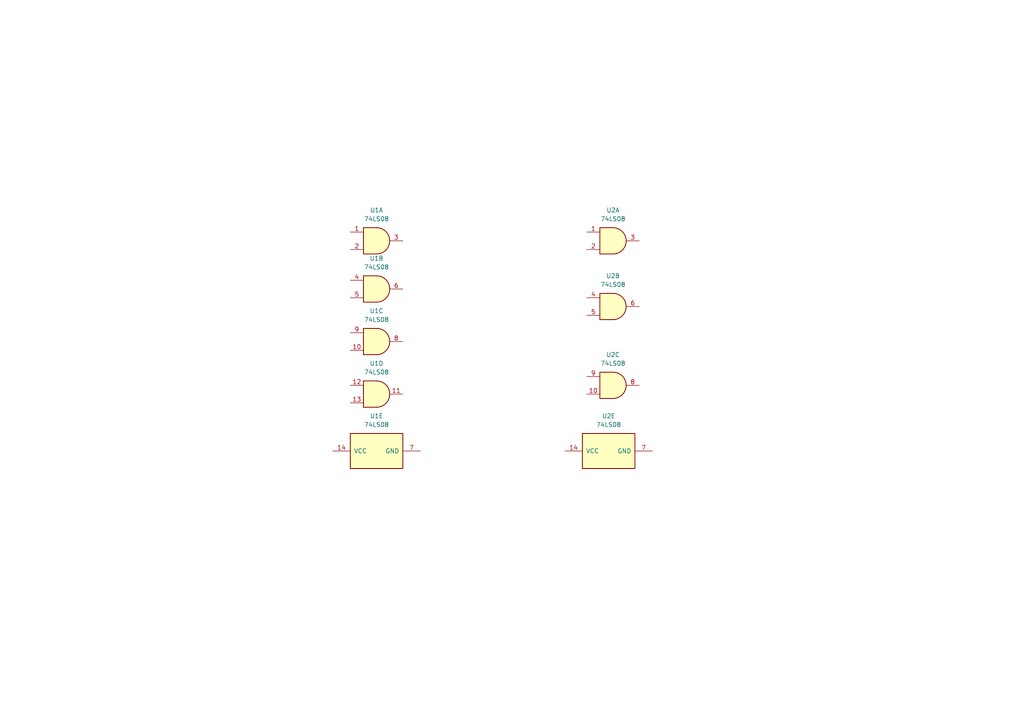
<source format=kicad_sch>
(kicad_sch (version 20231120) (generator "eeschema") (generator_version "8.0")
  (paper "A4")
  (lib_symbols
    (symbol "74xx:74LS08" (pin_names (offset 1.016))
      (property "Reference" "U" (at 0 1.27 0))
      (property "Value" "74LS08" (at 0 -1.27 0))
      (symbol "74LS08_1_1"
        (arc (start 0 -3.81) (mid 3.7934 0) (end 0 3.81) (stroke (width 0.254)) (fill (type background)))
        (polyline (pts (xy 0 3.81) (xy -3.81 3.81) (xy -3.81 -3.81) (xy 0 -3.81)) (stroke (width 0.254)) (fill (type background)))
        (pin input line (at -7.62 2.54 0) (length 3.81) (name "~") (number "1"))
        (pin input line (at -7.62 -2.54 0) (length 3.81) (name "~") (number "2"))
        (pin output line (at 7.62 0 180) (length 3.81) (name "~") (number "3"))
      )
      (symbol "74LS08_1_2"
        (arc (start -3.81 -3.81) (mid -2.589 0) (end -3.81 3.81) (stroke (width 0.254)))
        (arc (start -0.6096 -3.81) (mid 2.1842 -2.5851) (end 3.81 0) (stroke (width 0.254)) (fill (type background)))
        (polyline (pts (xy -3.81 -3.81) (xy -0.635 -3.81)) (stroke (width 0.254)) (fill (type background)))
        (polyline (pts (xy -3.81 3.81) (xy -0.635 3.81)) (stroke (width 0.254)) (fill (type background)))
        (polyline (pts (xy -0.635 3.81) (xy -3.81 3.81) (xy -3.81 3.81) (xy -3.556 3.4036) (xy -3.0226 2.2606) (xy -2.6924 1.0414) (xy -2.6162 -0.254) (xy -2.7686 -1.4986) (xy -3.175 -2.7178) (xy -3.81 -3.81) (xy -3.81 -3.81) (xy -0.635 -3.81)) (stroke (width -25.4)) (fill (type background)))
        (arc (start 3.81 0) (mid 2.1915 2.5936) (end -0.6096 3.81) (stroke (width 0.254)) (fill (type background)))
        (pin input inverted (at -7.62 2.54 0) (length 4.318) (name "~") (number "1"))
        (pin input inverted (at -7.62 -2.54 0) (length 4.318) (name "~") (number "2"))
        (pin output inverted (at 7.62 0 180) (length 3.81) (name "~") (number "3"))
      )
      (symbol "74LS08_2_1"
        (arc (start 0 -3.81) (mid 3.7934 0) (end 0 3.81) (stroke (width 0.254)) (fill (type background)))
        (polyline (pts (xy 0 3.81) (xy -3.81 3.81) (xy -3.81 -3.81) (xy 0 -3.81)) (stroke (width 0.254)) (fill (type background)))
        (pin input line (at -7.62 2.54 0) (length 3.81) (name "~") (number "4"))
        (pin input line (at -7.62 -2.54 0) (length 3.81) (name "~") (number "5"))
        (pin output line (at 7.62 0 180) (length 3.81) (name "~") (number "6"))
      )
      (symbol "74LS08_2_2"
        (arc (start -3.81 -3.81) (mid -2.589 0) (end -3.81 3.81) (stroke (width 0.254)))
        (arc (start -0.6096 -3.81) (mid 2.1842 -2.5851) (end 3.81 0) (stroke (width 0.254)) (fill (type background)))
        (polyline (pts (xy -3.81 -3.81) (xy -0.635 -3.81)) (stroke (width 0.254)) (fill (type background)))
        (polyline (pts (xy -3.81 3.81) (xy -0.635 3.81)) (stroke (width 0.254)) (fill (type background)))
        (polyline (pts (xy -0.635 3.81) (xy -3.81 3.81) (xy -3.81 3.81) (xy -3.556 3.4036) (xy -3.0226 2.2606) (xy -2.6924 1.0414) (xy -2.6162 -0.254) (xy -2.7686 -1.4986) (xy -3.175 -2.7178) (xy -3.81 -3.81) (xy -3.81 -3.81) (xy -0.635 -3.81)) (stroke (width -25.4)) (fill (type background)))
        (arc (start 3.81 0) (mid 2.1915 2.5936) (end -0.6096 3.81) (stroke (width 0.254)) (fill (type background)))
        (pin input inverted (at -7.62 2.54 0) (length 4.318) (name "~") (number "4"))
        (pin input inverted (at -7.62 -2.54 0) (length 4.318) (name "~") (number "5"))
        (pin output inverted (at 7.62 0 180) (length 3.81) (name "~") (number "6"))
      )
      (symbol "74LS08_3_1"
        (arc (start 0 -3.81) (mid 3.7934 0) (end 0 3.81) (stroke (width 0.254)) (fill (type background)))
        (polyline (pts (xy 0 3.81) (xy -3.81 3.81) (xy -3.81 -3.81) (xy 0 -3.81)) (stroke (width 0.254)) (fill (type background)))
        (pin input line (at -7.62 -2.54 0) (length 3.81) (name "~") (number "10"))
        (pin output line (at 7.62 0 180) (length 3.81) (name "~") (number "8"))
        (pin input line (at -7.62 2.54 0) (length 3.81) (name "~") (number "9"))
      )
      (symbol "74LS08_3_2"
        (arc (start -3.81 -3.81) (mid -2.589 0) (end -3.81 3.81) (stroke (width 0.254)))
        (arc (start -0.6096 -3.81) (mid 2.1842 -2.5851) (end 3.81 0) (stroke (width 0.254)) (fill (type background)))
        (polyline (pts (xy -3.81 -3.81) (xy -0.635 -3.81)) (stroke (width 0.254)) (fill (type background)))
        (polyline (pts (xy -3.81 3.81) (xy -0.635 3.81)) (stroke (width 0.254)) (fill (type background)))
        (polyline (pts (xy -0.635 3.81) (xy -3.81 3.81) (xy -3.81 3.81) (xy -3.556 3.4036) (xy -3.0226 2.2606) (xy -2.6924 1.0414) (xy -2.6162 -0.254) (xy -2.7686 -1.4986) (xy -3.175 -2.7178) (xy -3.81 -3.81) (xy -3.81 -3.81) (xy -0.635 -3.81)) (stroke (width -25.4)) (fill (type background)))
        (arc (start 3.81 0) (mid 2.1915 2.5936) (end -0.6096 3.81) (stroke (width 0.254)) (fill (type background)))
        (pin input inverted (at -7.62 -2.54 0) (length 4.318) (name "~") (number "10"))
        (pin output inverted (at 7.62 0 180) (length 3.81) (name "~") (number "8"))
        (pin input inverted (at -7.62 2.54 0) (length 4.318) (name "~") (number "9"))
      )
      (symbol "74LS08_4_1"
        (arc (start 0 -3.81) (mid 3.7934 0) (end 0 3.81) (stroke (width 0.254)) (fill (type background)))
        (polyline (pts (xy 0 3.81) (xy -3.81 3.81) (xy -3.81 -3.81) (xy 0 -3.81)) (stroke (width 0.254)) (fill (type background)))
        (pin output line (at 7.62 0 180) (length 3.81) (name "~") (number "11"))
        (pin input line (at -7.62 2.54 0) (length 3.81) (name "~") (number "12"))
        (pin input line (at -7.62 -2.54 0) (length 3.81) (name "~") (number "13"))
      )
      (symbol "74LS08_4_2"
        (arc (start -3.81 -3.81) (mid -2.589 0) (end -3.81 3.81) (stroke (width 0.254)))
        (arc (start -0.6096 -3.81) (mid 2.1842 -2.5851) (end 3.81 0) (stroke (width 0.254)) (fill (type background)))
        (polyline (pts (xy -3.81 -3.81) (xy -0.635 -3.81)) (stroke (width 0.254)) (fill (type background)))
        (polyline (pts (xy -3.81 3.81) (xy -0.635 3.81)) (stroke (width 0.254)) (fill (type background)))
        (polyline (pts (xy -0.635 3.81) (xy -3.81 3.81) (xy -3.81 3.81) (xy -3.556 3.4036) (xy -3.0226 2.2606) (xy -2.6924 1.0414) (xy -2.6162 -0.254) (xy -2.7686 -1.4986) (xy -3.175 -2.7178) (xy -3.81 -3.81) (xy -3.81 -3.81) (xy -0.635 -3.81)) (stroke (width -25.4)) (fill (type background)))
        (arc (start 3.81 0) (mid 2.1915 2.5936) (end -0.6096 3.81) (stroke (width 0.254)) (fill (type background)))
        (pin output inverted (at 7.62 0 180) (length 3.81) (name "~") (number "11"))
        (pin input inverted (at -7.62 2.54 0) (length 4.318) (name "~") (number "12"))
        (pin input inverted (at -7.62 -2.54 0) (length 4.318) (name "~") (number "13"))
      )
      (symbol "74LS08_5_0"
        (pin power_in line (at 0 12.7 270) (length 5.08) (name "VCC") (number "14"))
        (pin power_in line (at 0 -12.7 90) (length 5.08) (name "GND") (number "7"))
      )
      (symbol "74LS08_5_1"
        (rectangle (start -5.08 7.62) (end 5.08 -7.62) (stroke (width 0.254)) (fill (type background)))
      )
    )
  )
  (symbol (lib_id "74xx:74LS08") (at 109.22 99.06 0) (unit 3)
    (property "Reference" "U1" (at 109.2117 90.17 0))
    (property "Value" "74LS08" (at 109.2117 92.71 0))
    (property "Datasheet" "http://www.ti.com/lit/gpn/sn74LS08" (effects (hide yes)))
    (property "Description" "Quad And2" (effects (hide yes)))
  )
  (symbol (lib_id "74xx:74LS08") (at 176.53 130.81 90) (unit 5)
    (property "Reference" "U2" (at 176.53 120.65 90))
    (property "Value" "74LS08" (at 176.53 123.19 90))
    (property "Datasheet" "http://www.ti.com/lit/gpn/sn74LS08" (effects (hide yes)))
    (property "Description" "Quad And2" (effects (hide yes)))
  )
  (symbol (lib_id "74xx:74LS08") (at 109.22 83.82 0) (unit 2)
    (property "Reference" "U1" (at 109.2117 74.93 0))
    (property "Value" "74LS08" (at 109.2117 77.47 0))
    (property "Datasheet" "http://www.ti.com/lit/gpn/sn74LS08" (effects (hide yes)))
    (property "Description" "Quad And2" (effects (hide yes)))
  )
  (symbol (lib_id "74xx:74LS08") (at 177.8 111.76 0) (unit 3)
    (property "Reference" "U2" (at 177.7917 102.87 0))
    (property "Value" "74LS08" (at 177.7917 105.41 0))
    (property "Datasheet" "http://www.ti.com/lit/gpn/sn74LS08" (effects (hide yes)))
    (property "Description" "Quad And2" (effects (hide yes)))
  )
  (symbol (lib_id "74xx:74LS08") (at 177.8 88.9 0) (unit 2)
    (property "Reference" "U2" (at 177.7917 80.01 0))
    (property "Value" "74LS08" (at 177.7917 82.55 0))
    (property "Datasheet" "http://www.ti.com/lit/gpn/sn74LS08" (effects (hide yes)))
    (property "Description" "Quad And2" (effects (hide yes)))
  )
  (symbol (lib_id "74xx:74LS08") (at 177.8 69.85 0) (unit 1)
    (property "Reference" "U2" (at 177.7917 60.96 0))
    (property "Value" "74LS08" (at 177.7917 63.5 0))
    (property "Datasheet" "http://www.ti.com/lit/gpn/sn74LS08" (effects (hide yes)))
    (property "Description" "Quad And2" (effects (hide yes)))
  )
  (symbol (lib_id "74xx:74LS08") (at 109.22 130.81 90) (unit 5)
    (property "Reference" "U1" (at 109.22 120.65 90))
    (property "Value" "74LS08" (at 109.22 123.19 90))
    (property "Datasheet" "http://www.ti.com/lit/gpn/sn74LS08" (effects (hide yes)))
    (property "Description" "Quad And2" (effects (hide yes)))
  )
  (symbol (lib_id "74xx:74LS08") (at 109.22 69.85 0) (unit 1)
    (property "Reference" "U1" (at 109.2117 60.96 0))
    (property "Value" "74LS08" (at 109.2117 63.5 0))
    (property "Datasheet" "http://www.ti.com/lit/gpn/sn74LS08" (effects (hide yes)))
    (property "Description" "Quad And2" (effects (hide yes)))
  )
  (symbol (lib_id "74xx:74LS08") (at 109.22 114.3 0) (unit 4)
    (property "Reference" "U1" (at 109.2117 105.41 0))
    (property "Value" "74LS08" (at 109.2117 107.95 0))
    (property "Datasheet" "http://www.ti.com/lit/gpn/sn74LS08" (effects (hide yes)))
    (property "Description" "Quad And2" (effects (hide yes)))
  )
)
</source>
